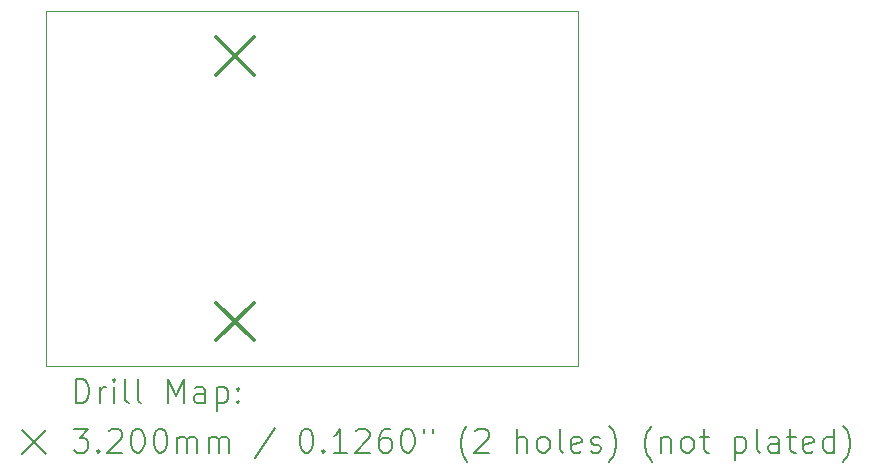
<source format=gbr>
%FSLAX45Y45*%
G04 Gerber Fmt 4.5, Leading zero omitted, Abs format (unit mm)*
G04 Created by KiCad (PCBNEW (6.0.6)) date 2023-11-23 12:31:40*
%MOMM*%
%LPD*%
G01*
G04 APERTURE LIST*
%TA.AperFunction,Profile*%
%ADD10C,0.100000*%
%TD*%
%ADD11C,0.200000*%
%ADD12C,0.320000*%
G04 APERTURE END LIST*
D10*
X7250000Y-4107000D02*
X11750000Y-4107000D01*
X11750000Y-4107000D02*
X11750000Y-7107000D01*
X11750000Y-7107000D02*
X7250000Y-7107000D01*
X7250000Y-7107000D02*
X7250000Y-4107000D01*
D11*
D12*
X8687000Y-6573000D02*
X9007000Y-6893000D01*
X9007000Y-6573000D02*
X8687000Y-6893000D01*
X8692000Y-4324000D02*
X9012000Y-4644000D01*
X9012000Y-4324000D02*
X8692000Y-4644000D01*
D11*
X7502619Y-7422476D02*
X7502619Y-7222476D01*
X7550238Y-7222476D01*
X7578809Y-7232000D01*
X7597857Y-7251048D01*
X7607381Y-7270095D01*
X7616905Y-7308190D01*
X7616905Y-7336762D01*
X7607381Y-7374857D01*
X7597857Y-7393905D01*
X7578809Y-7412952D01*
X7550238Y-7422476D01*
X7502619Y-7422476D01*
X7702619Y-7422476D02*
X7702619Y-7289143D01*
X7702619Y-7327238D02*
X7712143Y-7308190D01*
X7721667Y-7298667D01*
X7740714Y-7289143D01*
X7759762Y-7289143D01*
X7826428Y-7422476D02*
X7826428Y-7289143D01*
X7826428Y-7222476D02*
X7816905Y-7232000D01*
X7826428Y-7241524D01*
X7835952Y-7232000D01*
X7826428Y-7222476D01*
X7826428Y-7241524D01*
X7950238Y-7422476D02*
X7931190Y-7412952D01*
X7921667Y-7393905D01*
X7921667Y-7222476D01*
X8055000Y-7422476D02*
X8035952Y-7412952D01*
X8026428Y-7393905D01*
X8026428Y-7222476D01*
X8283571Y-7422476D02*
X8283571Y-7222476D01*
X8350238Y-7365333D01*
X8416905Y-7222476D01*
X8416905Y-7422476D01*
X8597857Y-7422476D02*
X8597857Y-7317714D01*
X8588333Y-7298667D01*
X8569286Y-7289143D01*
X8531190Y-7289143D01*
X8512143Y-7298667D01*
X8597857Y-7412952D02*
X8578810Y-7422476D01*
X8531190Y-7422476D01*
X8512143Y-7412952D01*
X8502619Y-7393905D01*
X8502619Y-7374857D01*
X8512143Y-7355809D01*
X8531190Y-7346286D01*
X8578810Y-7346286D01*
X8597857Y-7336762D01*
X8693095Y-7289143D02*
X8693095Y-7489143D01*
X8693095Y-7298667D02*
X8712143Y-7289143D01*
X8750238Y-7289143D01*
X8769286Y-7298667D01*
X8778810Y-7308190D01*
X8788333Y-7327238D01*
X8788333Y-7384381D01*
X8778810Y-7403428D01*
X8769286Y-7412952D01*
X8750238Y-7422476D01*
X8712143Y-7422476D01*
X8693095Y-7412952D01*
X8874048Y-7403428D02*
X8883571Y-7412952D01*
X8874048Y-7422476D01*
X8864524Y-7412952D01*
X8874048Y-7403428D01*
X8874048Y-7422476D01*
X8874048Y-7298667D02*
X8883571Y-7308190D01*
X8874048Y-7317714D01*
X8864524Y-7308190D01*
X8874048Y-7298667D01*
X8874048Y-7317714D01*
X7045000Y-7652000D02*
X7245000Y-7852000D01*
X7245000Y-7652000D02*
X7045000Y-7852000D01*
X7483571Y-7642476D02*
X7607381Y-7642476D01*
X7540714Y-7718667D01*
X7569286Y-7718667D01*
X7588333Y-7728190D01*
X7597857Y-7737714D01*
X7607381Y-7756762D01*
X7607381Y-7804381D01*
X7597857Y-7823428D01*
X7588333Y-7832952D01*
X7569286Y-7842476D01*
X7512143Y-7842476D01*
X7493095Y-7832952D01*
X7483571Y-7823428D01*
X7693095Y-7823428D02*
X7702619Y-7832952D01*
X7693095Y-7842476D01*
X7683571Y-7832952D01*
X7693095Y-7823428D01*
X7693095Y-7842476D01*
X7778809Y-7661524D02*
X7788333Y-7652000D01*
X7807381Y-7642476D01*
X7855000Y-7642476D01*
X7874048Y-7652000D01*
X7883571Y-7661524D01*
X7893095Y-7680571D01*
X7893095Y-7699619D01*
X7883571Y-7728190D01*
X7769286Y-7842476D01*
X7893095Y-7842476D01*
X8016905Y-7642476D02*
X8035952Y-7642476D01*
X8055000Y-7652000D01*
X8064524Y-7661524D01*
X8074048Y-7680571D01*
X8083571Y-7718667D01*
X8083571Y-7766286D01*
X8074048Y-7804381D01*
X8064524Y-7823428D01*
X8055000Y-7832952D01*
X8035952Y-7842476D01*
X8016905Y-7842476D01*
X7997857Y-7832952D01*
X7988333Y-7823428D01*
X7978809Y-7804381D01*
X7969286Y-7766286D01*
X7969286Y-7718667D01*
X7978809Y-7680571D01*
X7988333Y-7661524D01*
X7997857Y-7652000D01*
X8016905Y-7642476D01*
X8207381Y-7642476D02*
X8226428Y-7642476D01*
X8245476Y-7652000D01*
X8255000Y-7661524D01*
X8264524Y-7680571D01*
X8274048Y-7718667D01*
X8274048Y-7766286D01*
X8264524Y-7804381D01*
X8255000Y-7823428D01*
X8245476Y-7832952D01*
X8226428Y-7842476D01*
X8207381Y-7842476D01*
X8188333Y-7832952D01*
X8178809Y-7823428D01*
X8169286Y-7804381D01*
X8159762Y-7766286D01*
X8159762Y-7718667D01*
X8169286Y-7680571D01*
X8178809Y-7661524D01*
X8188333Y-7652000D01*
X8207381Y-7642476D01*
X8359762Y-7842476D02*
X8359762Y-7709143D01*
X8359762Y-7728190D02*
X8369286Y-7718667D01*
X8388333Y-7709143D01*
X8416905Y-7709143D01*
X8435952Y-7718667D01*
X8445476Y-7737714D01*
X8445476Y-7842476D01*
X8445476Y-7737714D02*
X8455000Y-7718667D01*
X8474048Y-7709143D01*
X8502619Y-7709143D01*
X8521667Y-7718667D01*
X8531190Y-7737714D01*
X8531190Y-7842476D01*
X8626429Y-7842476D02*
X8626429Y-7709143D01*
X8626429Y-7728190D02*
X8635952Y-7718667D01*
X8655000Y-7709143D01*
X8683571Y-7709143D01*
X8702619Y-7718667D01*
X8712143Y-7737714D01*
X8712143Y-7842476D01*
X8712143Y-7737714D02*
X8721667Y-7718667D01*
X8740714Y-7709143D01*
X8769286Y-7709143D01*
X8788333Y-7718667D01*
X8797857Y-7737714D01*
X8797857Y-7842476D01*
X9188333Y-7632952D02*
X9016905Y-7890095D01*
X9445476Y-7642476D02*
X9464524Y-7642476D01*
X9483571Y-7652000D01*
X9493095Y-7661524D01*
X9502619Y-7680571D01*
X9512143Y-7718667D01*
X9512143Y-7766286D01*
X9502619Y-7804381D01*
X9493095Y-7823428D01*
X9483571Y-7832952D01*
X9464524Y-7842476D01*
X9445476Y-7842476D01*
X9426429Y-7832952D01*
X9416905Y-7823428D01*
X9407381Y-7804381D01*
X9397857Y-7766286D01*
X9397857Y-7718667D01*
X9407381Y-7680571D01*
X9416905Y-7661524D01*
X9426429Y-7652000D01*
X9445476Y-7642476D01*
X9597857Y-7823428D02*
X9607381Y-7832952D01*
X9597857Y-7842476D01*
X9588333Y-7832952D01*
X9597857Y-7823428D01*
X9597857Y-7842476D01*
X9797857Y-7842476D02*
X9683571Y-7842476D01*
X9740714Y-7842476D02*
X9740714Y-7642476D01*
X9721667Y-7671048D01*
X9702619Y-7690095D01*
X9683571Y-7699619D01*
X9874048Y-7661524D02*
X9883571Y-7652000D01*
X9902619Y-7642476D01*
X9950238Y-7642476D01*
X9969286Y-7652000D01*
X9978810Y-7661524D01*
X9988333Y-7680571D01*
X9988333Y-7699619D01*
X9978810Y-7728190D01*
X9864524Y-7842476D01*
X9988333Y-7842476D01*
X10159762Y-7642476D02*
X10121667Y-7642476D01*
X10102619Y-7652000D01*
X10093095Y-7661524D01*
X10074048Y-7690095D01*
X10064524Y-7728190D01*
X10064524Y-7804381D01*
X10074048Y-7823428D01*
X10083571Y-7832952D01*
X10102619Y-7842476D01*
X10140714Y-7842476D01*
X10159762Y-7832952D01*
X10169286Y-7823428D01*
X10178810Y-7804381D01*
X10178810Y-7756762D01*
X10169286Y-7737714D01*
X10159762Y-7728190D01*
X10140714Y-7718667D01*
X10102619Y-7718667D01*
X10083571Y-7728190D01*
X10074048Y-7737714D01*
X10064524Y-7756762D01*
X10302619Y-7642476D02*
X10321667Y-7642476D01*
X10340714Y-7652000D01*
X10350238Y-7661524D01*
X10359762Y-7680571D01*
X10369286Y-7718667D01*
X10369286Y-7766286D01*
X10359762Y-7804381D01*
X10350238Y-7823428D01*
X10340714Y-7832952D01*
X10321667Y-7842476D01*
X10302619Y-7842476D01*
X10283571Y-7832952D01*
X10274048Y-7823428D01*
X10264524Y-7804381D01*
X10255000Y-7766286D01*
X10255000Y-7718667D01*
X10264524Y-7680571D01*
X10274048Y-7661524D01*
X10283571Y-7652000D01*
X10302619Y-7642476D01*
X10445476Y-7642476D02*
X10445476Y-7680571D01*
X10521667Y-7642476D02*
X10521667Y-7680571D01*
X10816905Y-7918667D02*
X10807381Y-7909143D01*
X10788333Y-7880571D01*
X10778810Y-7861524D01*
X10769286Y-7832952D01*
X10759762Y-7785333D01*
X10759762Y-7747238D01*
X10769286Y-7699619D01*
X10778810Y-7671048D01*
X10788333Y-7652000D01*
X10807381Y-7623428D01*
X10816905Y-7613905D01*
X10883571Y-7661524D02*
X10893095Y-7652000D01*
X10912143Y-7642476D01*
X10959762Y-7642476D01*
X10978810Y-7652000D01*
X10988333Y-7661524D01*
X10997857Y-7680571D01*
X10997857Y-7699619D01*
X10988333Y-7728190D01*
X10874048Y-7842476D01*
X10997857Y-7842476D01*
X11235952Y-7842476D02*
X11235952Y-7642476D01*
X11321667Y-7842476D02*
X11321667Y-7737714D01*
X11312143Y-7718667D01*
X11293095Y-7709143D01*
X11264524Y-7709143D01*
X11245476Y-7718667D01*
X11235952Y-7728190D01*
X11445476Y-7842476D02*
X11426428Y-7832952D01*
X11416905Y-7823428D01*
X11407381Y-7804381D01*
X11407381Y-7747238D01*
X11416905Y-7728190D01*
X11426428Y-7718667D01*
X11445476Y-7709143D01*
X11474048Y-7709143D01*
X11493095Y-7718667D01*
X11502619Y-7728190D01*
X11512143Y-7747238D01*
X11512143Y-7804381D01*
X11502619Y-7823428D01*
X11493095Y-7832952D01*
X11474048Y-7842476D01*
X11445476Y-7842476D01*
X11626428Y-7842476D02*
X11607381Y-7832952D01*
X11597857Y-7813905D01*
X11597857Y-7642476D01*
X11778809Y-7832952D02*
X11759762Y-7842476D01*
X11721667Y-7842476D01*
X11702619Y-7832952D01*
X11693095Y-7813905D01*
X11693095Y-7737714D01*
X11702619Y-7718667D01*
X11721667Y-7709143D01*
X11759762Y-7709143D01*
X11778809Y-7718667D01*
X11788333Y-7737714D01*
X11788333Y-7756762D01*
X11693095Y-7775809D01*
X11864524Y-7832952D02*
X11883571Y-7842476D01*
X11921667Y-7842476D01*
X11940714Y-7832952D01*
X11950238Y-7813905D01*
X11950238Y-7804381D01*
X11940714Y-7785333D01*
X11921667Y-7775809D01*
X11893095Y-7775809D01*
X11874048Y-7766286D01*
X11864524Y-7747238D01*
X11864524Y-7737714D01*
X11874048Y-7718667D01*
X11893095Y-7709143D01*
X11921667Y-7709143D01*
X11940714Y-7718667D01*
X12016905Y-7918667D02*
X12026428Y-7909143D01*
X12045476Y-7880571D01*
X12055000Y-7861524D01*
X12064524Y-7832952D01*
X12074048Y-7785333D01*
X12074048Y-7747238D01*
X12064524Y-7699619D01*
X12055000Y-7671048D01*
X12045476Y-7652000D01*
X12026428Y-7623428D01*
X12016905Y-7613905D01*
X12378809Y-7918667D02*
X12369286Y-7909143D01*
X12350238Y-7880571D01*
X12340714Y-7861524D01*
X12331190Y-7832952D01*
X12321667Y-7785333D01*
X12321667Y-7747238D01*
X12331190Y-7699619D01*
X12340714Y-7671048D01*
X12350238Y-7652000D01*
X12369286Y-7623428D01*
X12378809Y-7613905D01*
X12455000Y-7709143D02*
X12455000Y-7842476D01*
X12455000Y-7728190D02*
X12464524Y-7718667D01*
X12483571Y-7709143D01*
X12512143Y-7709143D01*
X12531190Y-7718667D01*
X12540714Y-7737714D01*
X12540714Y-7842476D01*
X12664524Y-7842476D02*
X12645476Y-7832952D01*
X12635952Y-7823428D01*
X12626428Y-7804381D01*
X12626428Y-7747238D01*
X12635952Y-7728190D01*
X12645476Y-7718667D01*
X12664524Y-7709143D01*
X12693095Y-7709143D01*
X12712143Y-7718667D01*
X12721667Y-7728190D01*
X12731190Y-7747238D01*
X12731190Y-7804381D01*
X12721667Y-7823428D01*
X12712143Y-7832952D01*
X12693095Y-7842476D01*
X12664524Y-7842476D01*
X12788333Y-7709143D02*
X12864524Y-7709143D01*
X12816905Y-7642476D02*
X12816905Y-7813905D01*
X12826428Y-7832952D01*
X12845476Y-7842476D01*
X12864524Y-7842476D01*
X13083571Y-7709143D02*
X13083571Y-7909143D01*
X13083571Y-7718667D02*
X13102619Y-7709143D01*
X13140714Y-7709143D01*
X13159762Y-7718667D01*
X13169286Y-7728190D01*
X13178809Y-7747238D01*
X13178809Y-7804381D01*
X13169286Y-7823428D01*
X13159762Y-7832952D01*
X13140714Y-7842476D01*
X13102619Y-7842476D01*
X13083571Y-7832952D01*
X13293095Y-7842476D02*
X13274048Y-7832952D01*
X13264524Y-7813905D01*
X13264524Y-7642476D01*
X13455000Y-7842476D02*
X13455000Y-7737714D01*
X13445476Y-7718667D01*
X13426428Y-7709143D01*
X13388333Y-7709143D01*
X13369286Y-7718667D01*
X13455000Y-7832952D02*
X13435952Y-7842476D01*
X13388333Y-7842476D01*
X13369286Y-7832952D01*
X13359762Y-7813905D01*
X13359762Y-7794857D01*
X13369286Y-7775809D01*
X13388333Y-7766286D01*
X13435952Y-7766286D01*
X13455000Y-7756762D01*
X13521667Y-7709143D02*
X13597857Y-7709143D01*
X13550238Y-7642476D02*
X13550238Y-7813905D01*
X13559762Y-7832952D01*
X13578809Y-7842476D01*
X13597857Y-7842476D01*
X13740714Y-7832952D02*
X13721667Y-7842476D01*
X13683571Y-7842476D01*
X13664524Y-7832952D01*
X13655000Y-7813905D01*
X13655000Y-7737714D01*
X13664524Y-7718667D01*
X13683571Y-7709143D01*
X13721667Y-7709143D01*
X13740714Y-7718667D01*
X13750238Y-7737714D01*
X13750238Y-7756762D01*
X13655000Y-7775809D01*
X13921667Y-7842476D02*
X13921667Y-7642476D01*
X13921667Y-7832952D02*
X13902619Y-7842476D01*
X13864524Y-7842476D01*
X13845476Y-7832952D01*
X13835952Y-7823428D01*
X13826428Y-7804381D01*
X13826428Y-7747238D01*
X13835952Y-7728190D01*
X13845476Y-7718667D01*
X13864524Y-7709143D01*
X13902619Y-7709143D01*
X13921667Y-7718667D01*
X13997857Y-7918667D02*
X14007381Y-7909143D01*
X14026428Y-7880571D01*
X14035952Y-7861524D01*
X14045476Y-7832952D01*
X14055000Y-7785333D01*
X14055000Y-7747238D01*
X14045476Y-7699619D01*
X14035952Y-7671048D01*
X14026428Y-7652000D01*
X14007381Y-7623428D01*
X13997857Y-7613905D01*
M02*

</source>
